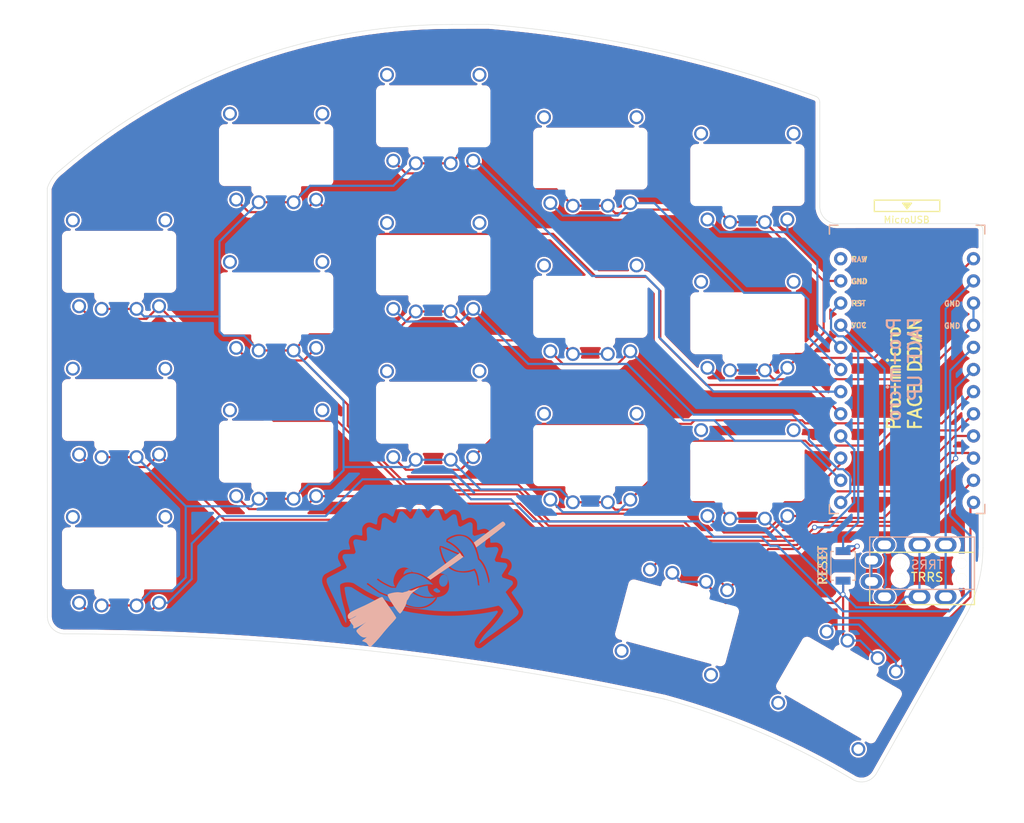
<source format=kicad_pcb>
(kicad_pcb (version 20211014) (generator pcbnew)
  (title_block (title "Ferris_Sweep_Compact") (date "2020-09-03") (rev "0.1") (company "BroomLabs"))
  (layers (0 "F.Cu" signal) (31 "B.Cu" signal) (34 "B.Paste" user) (35 "F.Paste" user) (36 "B.SilkS" user "B.Silkscreen") (37 "F.SilkS" user "F.Silkscreen") (38 "B.Mask" user) (39 "F.Mask" user) (44 "Edge.Cuts" user))
  (net 0 "")
  (net 1 "row0")
  (net 2 "row1")
  (net 3 "row2")
  (net 4 "row3")
  (net 5 "GND")
  (net 6 "VCC")
  (net 7 "col0")
  (net 8 "col1")
  (net 9 "col2")
  (net 10 "col3")
  (net 11 "col4")
  (net 12 "col5")
  (net 13 "LED")
  (net 14 "data")
  (net 15 "reset")
  (net 16 "SCL")
  (net 17 "SDA")
  (net 18 "Net-(U1-Pad24)")
  (net 19 "Net-(J1-PadA)")
  (net 20 "Net-(U1-Pad14)")
  (net 21 "Net-(U1-Pad13)")
  (net 22 "Net-(U1-Pad12)")
  (net 23 "Net-(U1-Pad11)")
  (footprint "Kailh:Kailh_PG1232" (layer "F.Cu") (at 44 42.37)
    (fp_text reference "SW2" hide)
    (fp_text value "SW_PUSH" hide)
  )
  (footprint "Kailh:Kailh_PG1232" (layer "F.Cu") (at 62 30.14)
    (fp_text reference "SW3" hide)
    (fp_text value "SW_PUSH" hide)
  )
  (footprint "Kailh:Kailh_PG1232" (layer "F.Cu") (at 80 25.68)
    (fp_text reference "SW4" hide)
    (fp_text value "SW_PUSH" hide)
  )
  (footprint "Kailh:Kailh_PG1232" (layer "F.Cu") (at 98 30.54)
    (fp_text reference "SW5" hide)
    (fp_text value "SW_PUSH" hide)
  )
  (footprint "Kailh:Kailh_PG1232" (layer "F.Cu") (at 116 32.42)
    (fp_text reference "SW6" hide)
    (fp_text value "SW_PUSH" hide)
  )
  (footprint "Kailh:Kailh_PG1232" (layer "F.Cu") (at 44 59.37)
    (fp_text reference "SW8" hide)
    (fp_text value "SW_PUSH" hide)
  )
  (footprint "Kailh:Kailh_PG1232" (layer "F.Cu") (at 62 47.14)
    (fp_text reference "SW9" hide)
    (fp_text value "SW_PUSH" hide)
  )
  (footprint "Kailh:Kailh_PG1232" (layer "F.Cu") (at 80 42.67)
    (fp_text reference "SW10" hide)
    (fp_text value "SW_PUSH" hide)
  )
  (footprint "Kailh:Kailh_PG1232" (layer "F.Cu") (at 98 47.54)
    (fp_text reference "SW11" hide)
    (fp_text value "SW_PUSH" hide)
  )
  (footprint "Kailh:Kailh_PG1232" (layer "F.Cu") (at 116 49.42)
    (fp_text reference "SW12" hide)
    (fp_text value "SW_PUSH" hide)
  )
  (footprint "Kailh:Kailh_PG1232" (layer "F.Cu") (at 44 76.375)
    (fp_text reference "SW14" hide)
    (fp_text value "SW_PUSH" hide)
  )
  (footprint "Kailh:Kailh_PG1232" (layer "F.Cu") (at 62 64.145)
    (fp_text reference "SW15" hide)
    (fp_text value "SW_PUSH" hide)
  )
  (footprint "Kailh:Kailh_PG1232" (layer "F.Cu") (at 80 59.67)
    (fp_text reference "SW16" hide)
    (fp_text value "SW_PUSH" hide)
  )
  (footprint "Kailh:Kailh_PG1232" (layer "F.Cu") (at 98 64.545)
    (fp_text reference "SW17" hide)
    (fp_text value "SW_PUSH" hide)
  )
  (footprint "Kailh:Kailh_PG1232" (layer "F.Cu") (at 116 66.42)
    (fp_text reference "SW18" hide)
    (fp_text value "SW_PUSH" hide)
  )
  (footprint "kbd:ProMicro_v3" (layer "F.Cu") (at 134.3 56.5)
    (fp_text reference "U1" hide)
    (fp_text value "ProMicro" hide)
  )
  (footprint "* duckyb-collection:SMD_RST_SW [B3U-1000P(M)]" (layer "F.Cu") (at 126.97 77.24 -90)
    (fp_text reference "RSW1" hide)
    (fp_text value "Val**")
  )
  (footprint "kbd:MJ-4PP-9" (layer "F.Cu") (at 142.02 78.68 -90)
    (fp_text reference "J1")
    (fp_text value "MJ-4PP-9" hide)
  )
  (footprint "Kailh:Kailh_PG1232" (layer "B.Cu") (at 107.94 83.77 -15)
    (fp_text reference "SW20" hide)
    (fp_text value "SW_PUSH" hide)
  )
  (footprint "Kailh:Kailh_PG1232" (layer "B.Cu") (at 126.5 91.48 -30)
    (fp_text reference "SW21" hide)
    (fp_text value "SW_PUSH" hide)
  )
  (footprint "Kailh:ferris_broom" (layer "B.Cu") (at 80.3 79.15 171)
    (fp_text reference "G***" hide)
    (fp_text value "LOGO" hide)
  )
  (gr_arc (start 126.335002 38.010917) (mid 124.922534 37.461716) (end 124.300001 36.079999) (layer "Edge.Cuts") (width 0.05))
  (gr_arc (start 35.768055 33.928702) (mid 36.324929 32.810882) (end 37.195 31.915) (layer "Edge.Cuts") (width 0.05))
  (gr_arc (start 86.369777 15.152679) (mid 105.393879 18.025764) (end 123.86529 23.408889) (layer "Edge.Cuts") (width 0.05))
  (gr_arc (start 106.487134 92.513946) (mid 117.564488 96.373597) (end 128.016 101.7) (layer "Edge.Cuts") (width 0.05))
  (gr_arc (start 37.846 85.033119) (mid 36.417641 84.493082) (end 35.786019 83.102794) (layer "Edge.Cuts") (width 0.05))
  (gr_arc (start 37.846 85.033119) (mid 72.366442 86.939554) (end 106.487134 92.513946) (layer "Edge.Cuts") (width 0.05))
  (gr_arc (start 130.748 101.101265) (mid 129.506995 101.97098) (end 128.016 101.7) (layer "Edge.Cuts") (width 0.05))
  (gr_arc (start 123.86529 23.408889) (mid 124.182079 23.685645) (end 124.300045 24.089419) (layer "Edge.Cuts") (width 0.05))
  (gr_arc (start 142.24 38.008) (mid 142.77033 38.22767) (end 142.99 38.758) (layer "Edge.Cuts") (width 0.05))
  (gr_line (start 126.335002 38.010917) (end 142.24 38.008) (layer "Edge.Cuts") (width 0.05))
  (gr_line (start 35.768055 33.928702) (end 35.786019 83.102794) (layer "Edge.Cuts") (width 0.05))
  (gr_line (start 86.369777 15.152679) (end 82.168389 15.158139) (layer "Edge.Cuts") (width 0.05))
  (gr_arc (start 37.195 31.915) (mid 58.171524 19.483455) (end 82.168389 15.158139) (layer "Edge.Cuts") (width 0.05))
  (gr_line (start 141.255304 82.50815) (end 130.748 101.101265) (layer "Edge.Cuts") (width 0.05))
  (gr_line (start 124.300001 36.079999) (end 124.300045 24.089419) (layer "Edge.Cuts") (width 0.05))
  (gr_line (start 142.99 38.758) (end 143.002 75.184) (layer "Edge.Cuts") (width 0.05))
  (gr_arc (start 143.002 75.184) (mid 142.544913 78.945347) (end 141.255304 82.50815) (layer "Edge.Cuts") (width 0.05))
  (gr_text "Pro-micro\nFACE UP" (at 134.0104 48.5648 90) (layer "B.SilkS") (effects (font (size 1.5 1.5) (thickness 0.25)) (justify left mirror)))
  (gr_text "RAW" (at 129.727314 42.1132) (layer "B.SilkS") (effects (font (size 0.6 0.6) (thickness 0.12)) (justify left mirror)))
  (gr_text "VCC" (at 129.6416 49.6824) (layer "B.SilkS") (effects (font (size 0.6 0.6) (thickness 0.12)) (justify left mirror)))
  (gr_text "GND" (at 140.462 49.6824) (layer "B.SilkS") (effects (font (size 0.6 0.6) (thickness 0.12)) (justify left mirror)))
  (gr_text "GND" (at 129.755885 44.636266) (layer "B.SilkS") (effects (font (size 0.6 0.6) (thickness 0.12)) (justify left mirror)))
  (gr_text "GND" (at 140.462 47.1424) (layer "B.SilkS") (effects (font (size 0.6 0.6) (thickness 0.12)) (justify left mirror)))
  (gr_text "RST" (at 129.555885 47.159332) (layer "B.SilkS") (effects (font (size 0.6 0.6) (thickness 0.12)) (justify left mirror)))
  (gr_text "GND" (at 127.8636 44.619334) (layer "F.SilkS") (effects (font (size 0.6 0.6) (thickness 0.12)) (justify left)))
  (gr_text "GND" (at 138.4808 49.7332) (layer "F.SilkS") (effects (font (size 0.6 0.6) (thickness 0.12)) (justify left)))
  (gr_text "Pro-micro\nFACE DOWN" (at 134.0104 61.8236 90) (layer "F.SilkS") (effects (font (size 1.5 1.5) (thickness 0.25)) (justify left)))
  (gr_text "GND" (at 138.4808 47.1932) (layer "F.SilkS") (effects (font (size 0.6 0.6) (thickness 0.12)) (justify left)))
  (gr_text "RST" (at 127.8636 47.1424) (layer "F.SilkS") (effects (font (size 0.6 0.6) (thickness 0.12)) (justify left)))
  (gr_text "VCC" (at 127.8636 49.665468) (layer "F.SilkS") (effects (font (size 0.6 0.6) (thickness 0.12)) (justify left)))
  (gr_text "RAW" (at 127.8636 42.096268) (layer "F.SilkS") (effects (font (size 0.6 0.6) (thickness 0.12)) (justify left)))
  (segment (start 76.8671 66.2171) (end 83.1329 66.2171) (width 0.25) (layer "F.Cu") (net 1))
  (segment (start 138.2807 60.8927) (end 122.6194 60.8927) (width 0.25) (layer "F.Cu") (net 1))
  (segment (start 122.2713 60.5446) (end 109.9504 60.5446) (width 0.25) (layer "F.Cu") (net 1))
  (segment (start 109.9504 60.5446) (end 109.5402 60.9548) (width 0.25) (layer "F.Cu") (net 1))
  (segment (start 75.42 64.77) (end 76.8671 66.2171) (width 0.25) (layer "F.Cu") (net 1))
  (segment (start 122.6194 60.8927) (end 122.2713 60.5446) (width 0.25) (layer "F.Cu") (net 1))
  (segment (start 88.3952 60.9548) (end 84.58 64.77) (width 0.25) (layer "F.Cu") (net 1))
  (segment (start 141.9114 57.262) (end 138.2807 60.8927) (width 0.25) (layer "F.Cu") (net 1))
  (segment (start 109.5402 60.9548) (end 88.3952 60.9548) (width 0.25) (layer "F.Cu") (net 1))
  (segment (start 83.1329 66.2171) (end 84.58 64.77) (width 0.25) (layer "F.Cu") (net 1))
  (segment (start 122.6312 62.8904) (end 109.3346 62.8904) (width 0.25) (layer "F.Cu") (net 2))
  (segment (start 123.1828 63.442) (end 122.6312 62.8904) (width 0.25) (layer "F.Cu") (net 2))
  (segment (start 132.6981 61.7052) (end 130.9613 63.442) (width 0.25) (layer "F.Cu") (net 2))
  (segment (start 130.9613 63.442) (end 123.1828 63.442) (width 0.25) (layer "F.Cu") (net 2))
  (segment (start 141.9114 59.802) (end 140.0082 61.7052) (width 0.25) (layer "F.Cu") (net 2))
  (segment (start 109.3346 62.8904) (end 102.58 69.645) (width 0.25) (layer "F.Cu") (net 2))
  (segment (start 140.0082 61.7052) (end 132.6981 61.7052) (width 0.25) (layer "F.Cu") (net 2))
  (segment (start 102.58 69.645) (end 101.1372 71.0878) (width 0.25) (layer "B.Cu") (net 2))
  (segment (start 101.1372 71.0878) (end 94.8628 71.0878) (width 0.25) (layer "B.Cu") (net 2))
  (segment (start 94.8628 71.0878) (end 93.42 69.645) (width 0.25) (layer "B.Cu") (net 2))
  (segment (start 133.4296 68.692) (end 125.6752 68.692) (width 0.25) (layer "F.Cu") (net 3))
  (segment (start 139.7796 62.342) (end 133.4296 68.692) (width 0.25) (layer "F.Cu") (net 3))
  (segment (start 118.6931 73.4069) (end 120.58 71.52) (width 0.25) (layer "F.Cu") (net 3))
  (segment (start 111.42 71.52) (end 113.3069 73.4069) (width 0.25) (layer "F.Cu") (net 3))
  (segment (start 125.6752 68.692) (end 122.8472 71.52) (width 0.25) (layer "F.Cu") (net 3))
  (segment (start 122.8472 71.52) (end 120.58 71.52) (width 0.25) (layer "F.Cu") (net 3))
  (segment (start 113.3069 73.4069) (end 118.6931 73.4069) (width 0.25) (layer "F.Cu") (net 3))
  (segment (start 141.9114 62.342) (end 139.7796 62.342) (width 0.25) (layer "F.Cu") (net 3))
  (segment (start 123.2594 71.7447) (end 131.6507 71.7447) (width 0.25) (layer "F.Cu") (net 4))
  (segment (start 121.1113 73.8928) (end 123.2594 71.7447) (width 0.25) (layer "F.Cu") (net 4))
  (segment (start 93.34359 72.136) (end 108.712 72.136) (width 0.25) (layer "F.Cu") (net 4))
  (segment (start 48.58 47.47) (end 61.7144 60.6044) (width 0.25) (layer "F.Cu") (net 4))
  (segment (start 76.9758 68.58) (end 89.78759 68.58) (width 0.25) (layer "F.Cu") (net 4))
  (segment (start 61.7144 60.6044) (end 69.0002 60.6044) (width 0.25) (layer "F.Cu") (net 4))
  (segment (start 108.712 72.136) (end 110.4688 73.8928) (width 0.25) (layer "F.Cu") (net 4))
  (segment (start 40.8669 48.9169) (end 47.1331 48.9169) (width 0.25) (layer "F.Cu") (net 4))
  (segment (start 110.4688 73.8928) (end 121.1113 73.8928) (width 0.25) (layer "F.Cu") (net 4))
  (segment (start 139.1047 64.2907) (end 141.3201 64.2907) (width 0.25) (layer "F.Cu") (net 4))
  (segment (start 39.42 47.47) (end 40.8669 48.9169) (width 0.25) (layer "F.Cu") (net 4))
  (segment (start 47.1331 48.9169) (end 48.58 47.47) (width 0.25) (layer "F.Cu") (net 4))
  (segment (start 89.78759 68.58) (end 93.34359 72.136) (width 0.25) (layer "F.Cu") (net 4))
  (segment (start 131.6507 71.7447) (end 139.1047 64.2907) (width 0.25) (layer "F.Cu") (net 4))
  (segment (start 69.0002 60.6044) (end 76.9758 68.58) (width 0.25) (layer "F.Cu") (net 4))
  (segment (start 141.3201 64.2907) (end 141.9114 64.882) (width 0.25) (layer "F.Cu") (net 4))
  (segment (start 121.479883 52.9844) (end 119.8356 52.9844) (width 0.25) (layer "F.Cu") (net 5))
  (segment (start 83.4254 29.6546) (end 86.836 29.6546) (width 0.25) (layer "F.Cu") (net 5))
  (segment (start 82 48.07) (end 85.3082 51.3782) (width 0.25) (layer "F.Cu") (net 5))
  (segment (start 111.269474 79.071639) (end 111.269474 79.279729) (width 0.25) (layer "F.Cu") (net 5))
  (segment (start 112.5657 36.3857) (end 114 37.82) (width 0.25) (layer "F.Cu") (net 5))
  (segment (start 75.3799 50.6901) (end 78 48.07) (width 0.25) (layer "F.Cu") (net 5))
  (segment (start 46 81.775) (end 42 81.775) (width 0.25) (layer "F.Cu") (net 5))
  (segment (start 103.1024 36.7972) (end 103.5139 36.3857) (width 0.25) (layer "F.Cu") (net 5))
  (segment (start 60 69.545) (end 64 69.545) (width 0.25) (layer "F.Cu") (net 5))
  (segment (start 124.742 44.562) (end 126.6914 44.562) (width 0.25) (layer "F.Cu") (net 5))
  (segment (start 125.970001 81.489999) (end 126.9456 80.5144) (width 0.25) (layer "F.Cu") (net 5))
  (segment (start 78 48.07) (end 82 48.07) (width 0.25) (layer "F.Cu") (net 5))
  (segment (start 100 69.945) (end 96 69.945) (width 0.25) (layer "F.Cu") (net 5))
  (segment (start 46 47.77) (end 42 47.77) (width 0.25) (layer "F.Cu") (net 5))
  (segment (start 119.015 55.835) (end 135.7184 55.835) (width 0.25) (layer "F.Cu") (net 5))
  (segment (start 100.8462 70.7912) (end 100 69.945) (width 0.25) (layer "F.Cu") (net 5))
  (segment (start 100 35.94) (end 100.8572 36.7972) (width 0.25) (layer "F.Cu") (net 5))
  (segment (start 64 52.54) (end 65.8499 50.6901) (width 0.25) (layer "F.Cu") (net 5))
  (segment (start 60 35.54) (end 64 35.54) (width 0.25) (layer "F.Cu") (net 5))
  (segment (start 114 37.82) (end 118 37.82) (width 0.25) (layer "F.Cu") (net 5))
  (segment (start 113.479744 81.489999) (end 125.970001 81.489999) (width 0.25) (layer "F.Cu") (net 5))
  (segment (start 114 71.82) (end 112.1139 69.9339) (width 0.25) (layer "F.Cu") (net 5))
  (segment (start 126.9456 80.5144) (end 126.97 80.49) (width 0.25) (layer "F.Cu") (net 5))
  (segment (start 124.742 50.518) (end 122.32342 52.93658) (width 0.25) (layer "F.Cu") (net 5))
  (segment (start 65.8499 50.6901) (end 75.3799 50.6901) (width 0.25) (layer "F.Cu") (net 5))
  (segment (start 85.3082 51.3782) (end 94.4382 51.3782) (width 0.25) (layer "F.Cu") (net 5))
  (segment (start 94.1157 34.0557) (end 96 35.94) (width 0.25) (layer "F.Cu") (net 5))
  (segment (start 126.97 78.94) (end 126.97 80.49) (width 0.25) (layer "F.Cu") (net 5))
  (segment (start 111.269474 79.279729) (end 113.479744 81.489999) (width 0.25) (layer "F.Cu") (net 5))
  (segment (start 86.836 29.6546) (end 91.2371 34.0557) (width 0.25) (layer "F.Cu") (net 5))
  (segment (start 105.3273 69.9339) (end 104.47 70.7912) (width 0.25) (layer "F.Cu") (net 5))
  (segment (start 104.47 70.7912) (end 100.8462 70.7912) (width 0.25) (layer "F.Cu") (net 5))
  (segment (start 126.97 80.49) (end 126.97 85.305514) (width 0.25) (layer "F.Cu") (net 5))
  (segment (start 82 31.08) (end 83.4254 29.6546) (width 0.25) (layer "F.Cu") (net 5))
  (segment (start 122.32342 52.93658) (end 121.527703 52.93658) (width 0.25) (layer "F.Cu") (net 5))
  (segment (start 121.527703 52.93658) (end 121.479883 52.9844) (width 0.25) (layer "F.Cu") (net 5))
  (segment (start 124.742 44.562) (end 118 37.82) (width 0.25) (layer "F.Cu") (net 5))
  (segment (start 114 54.82) (end 118 54.82) (width 0.25) (layer "F.Cu") (net 5))
  (segment (start 100.8572 36.7972) (end 103.1024 36.7972) (width 0.25) (layer "F.Cu") (net 5))
  (segment (start 112.1139 69.9339) (end 105.3273 69.9339) (width 0.25) (layer "F.Cu") (net 5))
  (segment (start 118 54.82) (end 119.015 55.835) (width 0.25) (layer "F.Cu") (net 5))
  (segment (start 46 64.77) (end 42 64.77) (width 0.25) (layer "F.Cu") (net 5))
  (segment (start 100 35.94) (end 96 35.94) (width 0.25) (layer "F.Cu") (net 5))
  (segment (start 103.5139 36.3857) (end 112.5657 36.3857) (width 0.25) (layer "F.Cu") (net 5))
  (segment (start 82 31.08) (end 78 31.08) (width 0.25) (layer "F.Cu") (net 5))
  (segment (start 124.742 44.562) (end 124.742 50.518) (width 0.25) (layer "F.Cu") (net 5))
  (segment (start 91.2371 34.0557) (end 94.1157 34.0557) (width 0.25) (layer "F.Cu") (net 5))
  (segment (start 135.7184 55.835) (end 141.9114 49.642) (width 0.25) (layer "F.Cu") (net 5))
  (segment (start 94.4382 51.3782) (end 96 52.94) (width 0.25) (layer "F.Cu") (net 5))
  (segment (start 60 52.54) (end 64 52.54) (width 0.25) (layer "F.Cu") (net 5))
  (segment (start 119.8356 52.9844) (end 118 54.82) (width 0.25) (layer "F.Cu") (net 5))
  (segment (start 126.97 85.305514) (end 127.467949 85.803463) (width 0.25) (layer "F.Cu") (net 5))
  (via (at 126.9456 80.5144) (size 0.6) (drill 0.4) (layers "F.Cu" "B.Cu") (net 5))
  (segment (start 111.269474 79.071639) (end 108.441048 79.071639) (width 0.25) (layer "B.Cu") (net 5))
  (segment (start 78 65.07) (end 77.1651 65.9049) (width 0.25) (layer "B.Cu") (net 5))
  (segment (start 94.5357 68.4807) (end 85.4107 68.4807) (width 0.25) (layer "B.Cu") (net 5))
  (segment (start 134.1447 80.78) (end 132.9313 81.9934) (width 0.25) (layer "B.Cu") (net 5))
  (segment (start 135.72 80.78) (end 135.72 74.83) (width 0.25) (layer "B.Cu") (net 5))
  (segment (start 141.9114 49.642) (end 141.9114 47.102) (width 0.25) (layer "B.Cu") (net 5))
  (segment (start 55.5016 48.637) (end 46.867 48.637) (width 0.25) (layer "B.Cu") (net 5))
  (segment (start 60 52.54) (end 58.3108 50.8508) (width 0.25) (layer "B.Cu") (net 5))
  (segment (start 50.0583 80.1421) (end 47.6329 80.1421) (width 0.25) (layer "B.Cu") (net 5))
  (segment (start 69.7219 66.2697) (end 68.1228 67.8688) (width 0.25) (layer "B.Cu") (net 5))
  (segment (start 69.7219 58.2619) (end 69.7219 65.9049) (width 0.25) (layer "B.Cu") (net 5))
  (segment (start 60 69.545) (end 59.1409 70.4041) (width 0.25) (layer "B.Cu") (net 5))
  (segment (start 82 65.07) (end 78 65.07) (width 0.25) (layer "B.Cu") (net 5))
  (segment (start 78 31.08) (end 75.4243 33.6557) (width 0.25) (layer "B.Cu") (net 5))
  (segment (start 126.67 80.49) (end 126.97 80.49) (width 0.25) (layer "B.Cu") (net 5))
  (segment (start 126.67 80.49) (end 118 71.82) (width 0.25) (layer "B.Cu") (net 5))
  (segment (start 65.6762 67.8688) (end 64 69.545) (width 0.25) (layer "B.Cu") (net 5))
  (segment (start 55.5016 48.637) (end 55.5016 40.0384) (width 0.25) (layer "B.Cu") (net 5))
  (segment (start 51.6341 70.4041) (end 46 64.77) (width 0.25) (layer "B.Cu") (net 5))
  (segment (start 69.7219 65.9049) (end 69.7219 66.2697) (width 0.25) (layer "B.Cu") (net 5))
  (segment (start 58.3108 50.8508) (end 55.9816 50.8508) (width 0.25) (layer "B.Cu") (net 5))
  (segment (start 47.6329 80.1421) (end 46 81.775) (width 0.25) (layer "B.Cu") (net 5))
  (segment (start 126.97 80.49) (end 126.97 78.94) (width 0.25) (layer "B.Cu") (net 5))
  (segment (start 51.6341 70.4041) (end 51.6341 78.5663) (width 0.25) (layer "B.Cu") (net 5))
  (segment (start 55.5016 50.3708) (end 55.5016 48.637) (width 0.25) (layer "B.Cu") (net 5))
  (segment (start 118 71.82) (end 114 71.82) (width 0.25) (layer "B.Cu") (net 5))
  (segment (start 135.72 80.78) (end 134.1447 80.78) (width 0.25) (layer "B.Cu") (net 5))
  (segment (start 127.467949 85.803463) (end 128.932051 85.803463) (width 0.25) (layer "B.Cu") (net 5))
  (segment (start 100 52.94) (end 96 52.94) (width 0.25) (layer "B.Cu") (net 5))
  (segment (start 85.4107 68.4807) (end 82 65.07) (width 0.25) (layer "B.Cu") (net 5))
  (segment (start 65.8843 33.6557) (end 64 35.54) (width 0.25) (layer "B.Cu") (net 5))
  (segment (start 128.932051 85.803463) (end 130.932051 87.803463) (width 0.25) (layer "B.Cu") (net 5))
  (segment (start 51.6341 78.5663) (end 50.0583 80.1421) (width 0.25) (layer "B.Cu") (net 5))
  (segment (start 55.5016 40.0384) (end 60 35.54) (width 0.25) (layer "B.Cu") (net 5))
  (segment (start 132.9313 81.9934) (end 128.4734 81.9934) (width 0.25) (layer "B.Cu") (net 5))
  (segment (start 77.1651 65.9049) (end 69.7219 65.9049) (width 0.25) (layer "B.Cu") (net 5))
  (segment (start 75.4243 33.6557) (end 65.8843 33.6557) (width 0.25) (layer "B.Cu") (net 5))
  (segment (start 108.441048 79.071639) (end 107.405771 78.036362) (width 0.25) (layer "B.Cu") (net 5))
  (segment (start 68.1228 67.8688) (end 65.6762 67.8688) (width 0.25) (layer "B.Cu") (net 5))
  (segment (start 96 69.945) (end 94.5357 68.4807) (width 0.25) (layer "B.Cu") (net 5))
  (segment (start 59.1409 70.4041) (end 51.6341 70.4041) (width 0.25) (layer "B.Cu") (net 5))
  (segment (start 64 52.54) (end 69.7219 58.2619) (width 0.25) (layer "B.Cu") (net 5))
  (segment (start 55.9816 50.8508) (end 55.5016 50.3708) (width 0.25) (layer "B.Cu") (net 5))
  (segment (start 46.867 48.637) (end 46 47.77) (width 0.25) (layer "B.Cu") (net 5))
  (segment (start 126.97 80.49) (end 128.4734 81.9934) (width 0.25) (layer "B.Cu") (net 5))
  (segment (start 131.72 74.83) (end 131.72 76.0053) (width 0.25) (layer "B.Cu") (net 6))
  (segment (start 131.72 79.6047) (end 131.8636 79.4611) (width 0.25) (layer "B.Cu") (net 6))
  (segment (start 131.72 54.6706) (end 126.6914 49.642) (width 0.25) (layer "B.Cu") (net 6))
  (segment (start 131.72 74.83) (end 131.72 54.6706) (width 0.25) (layer "B.Cu") (net 6))
  (segment (start 131.8636 76.1489) (end 131.72 76.0053) (width 0.25) (layer "B.Cu") (net 6))
  (segment (start 131.72 80.78) (end 131.72 79.6047) (width 0.25) (layer "B.Cu") (net 6))
  (segment (start 131.8636 79.4611) (end 131.8636 76.1489) (width 0.25) (layer "B.Cu") (net 6))
  (segment (start 120.58 38.9631) (end 112.8631 38.9631) (width 0.25) (layer "B.Cu") (net 7))
  (segment (start 124.019 49.5096) (end 126.6914 52.182) (width 0.25) (layer "B.Cu") (net 7))
  (segment (start 120.58 38.9631) (end 124.019 42.4021) (width 0.25) (layer "B.Cu") (net 7))
  (segment (start 124.019 42.4021) (end 124.019 49.5096) (width 0.25) (layer "B.Cu") (net 7))
  (segment (start 112.8631 38.9631) (end 111.42 37.52) (width 0.25) (layer "B.Cu") (net 7))
  (segment (start 120.58 37.52) (end 120.58 38.9631) (width 0.25) (layer "B.Cu") (net 7))
  (segment (start 93.42 35.64) (end 94.8516 37.0716) (width 0.25) (layer "B.Cu") (net 8))
  (segment (start 126.6914 54.722) (end 122.9795 51.0101) (width 0.25) (layer "B.Cu") (net 8))
  (segment (start 122.2216 45.92) (end 115.6177 45.92) (width 0.25) (layer "B.Cu") (net 8))
  (segment (start 105.3377 35.64) (end 102.58 35.64) (width 0.25) (layer "B.Cu") (net 8))
  (segment (start 122.9795 51.0101) (end 122.9795 46.6779) (width 0.25) (layer "B.Cu") (net 8))
  (segment (start 115.6177 45.92) (end 105.3377 35.64) (width 0.25) (layer "B.Cu") (net 8))
  (segment (start 122.9795 46.6779) (end 122.2216 45.92) (width 0.25) (layer "B.Cu") (net 8))
  (segment (start 101.1484 37.0716) (end 102.58 35.64) (width 0.25) (layer "B.Cu") (net 8))
  (segment (start 94.8516 37.0716) (end 101.1484 37.0716) (width 0.25) (layer "B.Cu") (net 8))
  (segment (start 84.58 30.78) (end 83.1262 32.2338) (width 0.25) (layer "F.Cu") (net 9))
  (segment (start 83.1262 32.2338) (end 76.8738 32.2338) (width 0.25) (layer "F.Cu") (net 9))
  (segment (start 76.8738 32.2338) (end 75.42 30.78) (width 0.25) (layer "F.Cu") (net 9))
  (segment (start 126.6914 57.262) (end 112.126 57.262) (width 0.25) (layer "B.Cu") (net 9))
  (segment (start 98.1964 43.9928) (end 84.9836 30.78) (width 0.25) (layer "B.Cu") (net 9))
  (segment (start 105.8862 51.0222) (end 105.8862 45.5731) (width 0.25) (layer "B.Cu") (net 9))
  (segment (start 84.9836 30.78) (end 84.58 30.78) (width 0.25) (layer "B.Cu") (net 9))
  (segment (start 112.126 57.262) (end 105.8862 51.0222) (width 0.25) (layer "B.Cu") (net 9))
  (segment (start 105.8862 45.5731) (end 104.3059 43.9928) (width 0.25) (layer "B.Cu") (net 9))
  (segment (start 104.3059 43.9928) (end 98.1964 43.9928) (width 0.25) (layer "B.Cu") (net 9))
  (segment (start 111.3028 56.4896) (end 123.379 56.4896) (width 0.25) (layer "F.Cu") (net 10))
  (segment (start 70.5068 39.1668) (end 93.726 39.1668) (width 0.25) (layer "F.Cu") (net 10))
  (segment (start 106.0196 45.72) (end 106.0196 51.2064) (width 0.25) (layer "F.Cu") (net 10))
  (segment (start 106.0196 51.2064) (end 111.3028 56.4896) (width 0.25) (layer "F.Cu") (net 10))
  (segment (start 65.141 36.679) (end 66.58 35.24) (width 0.25) (layer "F.Cu") (net 10))
  (segment (start 66.58 35.24) (end 70.5068 39.1668) (width 0.25) (layer "F.Cu") (net 10))
  (segment (start 123.379 56.4896) (end 126.6914 59.802) (width 0.25) (layer "F.Cu") (net 10))
  (segment (start 98.6536 44.0944) (end 104.394 44.0944) (width 0.25) (layer "F.Cu") (net 10))
  (segment (start 57.42 35.24) (end 58.859 36.679) (width 0.25) (layer "F.Cu") (net 10))
  (segment (start 104.394 44.0944) (end 106.0196 45.72) (width 0.25) (layer "F.Cu") (net 10))
  (segment (start 93.726 39.1668) (end 98.6536 44.0944) (width 0.25) (layer "F.Cu") (net 10))
  (segment (start 58.859 36.679) (end 65.141 36.679) (width 0.25) (layer "F.Cu") (net 10))
  (segment (start 56.063 71.953) (end 48.58 64.47) (width 0.25) (layer "F.Cu") (net 11))
  (segment (start 47.1465 65.9035) (end 48.58 64.47) (width 0.25) (layer "F.Cu") (net 11))
  (segment (start 69.525 71.953) (end 56.063 71.953) (width 0.25) (layer "F.Cu") (net 11))
  (segment (start 89.916 70.104) (end 71.374 70.104) (width 0.25) (layer "F.Cu") (net 11))
  (segment (start 109.832879 74.537997) (end 109.832879 74.529007) (width 0.25) (layer "F.Cu") (net 11))
  (segment (start 40.8535 65.9035) (end 47.1465 65.9035) (width 0.25) (layer "F.Cu") (net 11))
  (segment (start 110.145382 74.8505) (end 109.832879 74.537997) (width 0.25) (layer "F.Cu") (net 11))
  (segment (start 121.6748 74.8505) (end 110.145382 74.8505) (width 0.25) (layer "F.Cu") (net 11))
  (segment (start 123.705 72.8203) (end 121.6748 74.8505) (width 0.25) (layer "F.Cu") (net 11))
  (segment (start 108.455872 73.152) (end 92.964 73.152) (width 0.25) (layer "F.Cu") (net 11))
  (segment (start 109.832879 74.529007) (end 108.455872 73.152) (width 0.25) (layer "F.Cu") (net 11))
  (segment (start 92.964 73.152) (end 89.916 70.104) (width 0.25) (layer "F.Cu") (net 11))
  (segment (start 39.42 64.47) (end 40.8535 65.9035) (width 0.25) (layer "F.Cu") (net 11))
  (segment (start 71.374 70.104) (end 69.525 71.953) (width 0.25) (layer "F.Cu") (net 11))
  (via (at 123.705 72.8203) (size 0.6) (drill 0.4) (layers "F.Cu" "B.Cu") (net 11))
  (segment (start 126.6914 62.342) (end 128.2468 63.8974) (width 0.25) (layer "B.Cu") (net 11))
  (segment (start 125.3931 72.8203) (end 123.705 72.8203) (width 0.25) (layer "B.Cu") (net 11))
  (segment (start 128.2468 69.9666) (end 125.3931 72.8203) (width 0.25) (layer "B.Cu") (net 11))
  (segment (start 128.2468 63.8974) (end 128.2468 69.9666) (width 0.25) (layer "B.Cu") (net 11))
  (segment (start 120.3103 69.9357) (end 119.3594 70.8866) (width 0.25) (layer "F.Cu") (net 12))
  (segment (start 112.7794 72.243682) (end 112.7794 71.2363) (width 0.25) (layer "F.Cu") (net 12))
  (segment (start 126.6914 65.5358) (end 122.2915 69.9357) (width 0.25) (layer "F.Cu") (net 12))
  (segment (start 119.3594 72.1037) (end 118.5066 72.9565) (width 0.25) (layer "F.Cu") (net 12))
  (segment (start 119.3594 70.8866) (end 119.3594 72.1037) (width 0.25) (layer "F.Cu") (net 12))
  (segment (start 126.6914 64.882) (end 126.6914 65.5358) (width 0.25) (layer "F.Cu") (net 12))
  (segment (start 93.0999 71.2559) (end 89.71765 67.87365) (width 0.25) (layer "F.Cu") (net 12))
  (segment (start 70.2094 58.7606) (end 65.1344 53.6856) (width 0.25) (layer "F.Cu") (net 12))
  (segment (start 118.5066 72.9565) (end 113.492218 72.9565) (width 0.25) (layer "F.Cu") (net 12))
  (segment (start 65.1344 53.6856) (end 66.58 52.24) (width 0.25) (layer "F.Cu") (net 12))
  (segment (start 112.7794 71.2363) (end 111.9274 70.3843) (width 0.25) (layer "F.Cu") (net 12))
  (segment (start 58.8656 53.6856) (end 65.1344 53.6856) (width 0.25) (layer "F.Cu") (net 12))
  (segment (start 122.2915 69.9357) (end 120.3103 69.9357) (width 0.25) (layer "F.Cu") (net 12))
  (segment (start 108.4449 71.2559) (end 93.0999 71.2559) (width 0.25) (layer "F.Cu") (net 12))
  (segment (start 109.3165 70.3843) (end 108.4449 71.2559) (width 0.25) (layer "F.Cu") (net 12))
  (segment (start 57.42 52.24) (end 58.8656 53.6856) (width 0.25) (layer "F.Cu") (net 12))
  (segment (start 111.9274 70.3843) (end 109.3165 70.3843) (width 0.25) (layer "F.Cu") (net 12))
  (segment (start 70.2094 61.1767) (end 70.2094 58.7606) (width 0.25) (layer "F.Cu") (net 12))
  (segment (start 89.71765 67.87365) (end 76.90635 67.87365) (width 0.25) (layer "F.Cu") (net 12))
  (segment (start 113.492218 72.9565) (end 112.7794 72.243682) (width 0.25) (layer "F.Cu") (net 12))
  (segment (start 76.90635 67.87365) (end 70.2094 61.1767) (width 0.25) (layer "F.Cu") (net 12))
  (segment (start 141.9114 42.022) (end 130.5473 53.3861) (width 0.25) (layer "F.Cu") (net 13))
  (segment (start 121.7139 53.3861) (end 120.58 54.52) (width 0.25) (layer "F.Cu") (net 13))
  (segment (start 130.5473 53.3861) (end 121.7139 53.3861) (width 0.25) (layer "F.Cu") (net 13))
  (segment (start 111.42 54.52) (end 112.8692 55.9692) (width 0.25) (layer "B.Cu") (net 13))
  (segment (start 119.1308 55.9692) (end 120.58 54.52) (width 0.25) (layer "B.Cu") (net 13))
  (segment (start 112.8692 55.9692) (end 119.1308 55.9692) (width 0.25) (layer "B.Cu") (net 13))
  (segment (start 138.72 47.7534) (end 138.72 73.6547) (width 0.25) (layer "B.Cu") (net 14))
  (segment (start 141.9114 44.562) (end 138.72 47.7534) (width 0.25) (layer "B.Cu") (net 14))
  (segment (start 138.72 74.83) (end 138.72 73.6547) (width 0.25) (layer "B.Cu") (net 14))
  (segment (start 138.72 80.78) (end 138.72 74.83) (width 0.25) (layer "B.Cu") (net 14))
  (segment (start 128.0156 75.54) (end 128.5748 74.9808) (width 0.25) (layer "F.Cu") (net 15))
  (segment (start 126.97 75.54) (end 128.0156 75.54) (width 0.25) (layer "F.Cu") (net 15))
  (via (at 128.5748 74.9808) (size 0.6) (drill 0.4) (layers "F.Cu" "B.Cu") (net 15))
  (segment (start 125.5859 50.0897) (end 125.5859 48.2075) (width 0.25) (layer "B.Cu") (net 15))
  (segment (start 128.6972 72.2628) (end 128.6972 52.6178) (width 0.25) (layer "B.Cu") (net 15))
  (segment (start 126.97 73.99) (end 128.6972 72.2628) (width 0.25) (layer "B.Cu") (net 15))
  (segment (start 125.5859 48.2075) (end 126.6914 47.102) (width 0.25) (layer "B.Cu") (net 15))
  (segment (start 126.97 73.99) (end 126.97 75.54) (width 0.25) (layer "B.Cu") (net 15))
  (segment (start 126.4082 50.912) (end 125.5859 50.0897) (width 0.25) (layer "B.Cu") (net 15))
  (segment (start 127.5292 74.9808) (end 126.97 75.54) (width 0.25) (layer "B.Cu") (net 15))
  (segment (start 126.9914 50.912) (end 126.4082 50.912) (width 0.25) (layer "B.Cu") (net 15))
  (segment (start 128.6972 52.6178) (end 126.9914 50.912) (width 0.25) (layer "B.Cu") (net 15))
  (segment (start 128.5748 74.9808) (end 127.5292 74.9808) (width 0.25) (layer "B.Cu") (net 15))
  (segment (start 78.68201 69.03001) (end 80.20601 69.03001) (width 0.25) (layer "F.Cu") (net 16))
  (segment (start 132.5812 72.195) (end 139.8593 64.9169) (width 0.25) (layer "F.Cu") (net 16))
  (segment (start 57.42 69.245) (end 58.9047 70.7297) (width 0.25) (layer "F.Cu") (net 16))
  (segment (start 65.0953 70.7297) (end 66.58 69.245) (width 0.25) (layer "F.Cu") (net 16))
  (segment (start 93.21518 72.644) (end 108.58359 72.644) (width 0.25) (layer "F.Cu") (net 16))
  (segment (start 78.62402 69.088) (end 80.14802 69.088) (width 0.25) (layer "F.Cu") (net 16))
  (segment (start 110.282399 74.342809) (end 110.282399 74.351799) (width 0.25) (layer "F.Cu") (net 16))
  (segment (start 66.58 69.245) (end 78.46702 69.245) (width 0.25) (layer "F.Cu") (net 16))
  (segment (start 108.58359 72.644) (end 110.282399 74.342809) (width 0.25) (layer "F.Cu") (net 16))
  (segment (start 123.446 72.195) (end 132.5812 72.195) (width 0.25) (layer "F.Cu") (net 16))
  (segment (start 58.9047 70.7297) (end 65.0953 70.7297) (width 0.25) (layer "F.Cu") (net 16))
  (segment (start 121.2773 74.3637) (end 123.446 72.195) (width 0.25) (layer "F.Cu") (net 16))
  (segment (start 80.14802 69.088) (end 80.20601 69.03001) (width 0.25) (layer "F.Cu") (net 16))
  (segment (start 89.60119 69.03001) (end 93.21518 72.644) (width 0.25) (layer "F.Cu") (net 16))
  (segment (start 110.282399 74.351799) (end 110.2943 74.3637) (width 0.25) (layer "F.Cu") (net 16))
  (segment (start 78.46702 69.245) (end 78.62402 69.088) (width 0.25) (layer "F.Cu") (net 16))
  (segment (start 110.2943 74.3637) (end 121.2773 74.3637) (width 0.25) (layer "F.Cu") (net 16))
  (segment (start 80.20601 69.03001) (end 89.60119 69.03001) (width 0.25) (layer "F.Cu") (net 16))
  (via (at 139.8593 64.9169) (size 0.6) (drill 0.4) (layers "F.Cu" "B.Cu") (net 16))
  (segment (start 139.8593 56.7741) (end 139.8593 64.9169) (width 0.25) (layer "B.Cu") (net 16))
  (segment (start 141.9114 54.722) (end 139.8593 56.7741) (width 0.25) (layer "B.Cu") (net 16))
  (segment (start 40.8589 82.9139) (end 39.42 81.475) (width 0.25) (layer "F.Cu") (net 17))
  (segment (start 48.58 81.475) (end 47.1411 82.9139) (width 0.25) (layer "F.Cu") (net 17))
  (segment (start 47.1411 82.9139) (end 40.8589 82.9139) (width 0.25) (layer "F.Cu") (net 17))
  (segment (start 67.65419 71.53781) (end 71.882 67.31) (width 0.25) (layer "B.Cu") (net 17))
  (segment (start 91.44 72.136) (end 110.370998 72.136) (width 0.25) (layer "B.Cu") (net 17))
  (segment (start 82.042 67.31) (end 84.328 69.596) (width 0.25) (layer "B.Cu") (net 17))
  (segment (start 118.626592 74.938592) (end 119.45759 74.938592) (width 0.25) (layer "B.Cu") (net 17))
  (segment (start 84.328 69.596) (end 88.9 69.596) (width 0.25) (layer "B.Cu") (net 17))
  (segment (start 126.962698 82.4437) (end 139.1408 82.4437) (width 0.25) (layer "B.Cu") (net 17))
  (segment (start 48.58 81.475) (end 49.589 81.475) (width 0.25) (layer "B.Cu") (net 17))
  (segment (start 117.602 73.914) (end 118.626592 74.938592) (width 0.25) (layer "B.Cu") (net 17))
  (segment (start 119.45759 74.938592) (end 126.962698 82.4437) (width 0.25) (layer "B.Cu") (net 17))
  (segment (start 139.1408 82.4437) (end 141.5288 80.0557) (width 0.25) (layer "B.Cu") (net 17))
  (segment (start 55.46219 71.53781) (end 67.65419 71.53781) (width 0.25) (layer "B.Cu") (net 17))
  (segment (start 110.370998 72.136) (end 112.148998 73.914) (width 0.25) (layer "B.Cu") (net 17))
  (segment (start 71.882 67.31) (end 82.042 67.31) (width 0.25) (layer "B.Cu") (net 17))
  (segment (start 141.5288 80.0557) (end 141.5288 73.7736) (width 0.25) (layer "B.Cu") (net 17))
  (segment (start 112.148998 73.914) (end 117.602 73.914) (width 0.25) (layer "B.Cu") (net 17))
  (segment (start 139.234 71.4788) (end 139.234 54.8594) (width 0.25) (layer "B.Cu") (net 17))
  (segment (start 139.234 54.8594) (end 141.9114 52.182) (width 0.25) (layer "B.Cu") (net 17))
  (segment (start 141.5288 73.7736) (end 139.234 71.4788) (width 0.25) (layer "B.Cu") (net 17))
  (segment (start 52.324 74.676) (end 55.46219 71.53781) (width 0.25) (layer "B.Cu") (net 17))
  (segment (start 88.9 69.596) (end 91.44 72.136) (width 0.25) (layer "B.Cu") (net 17))
  (segment (start 52.324 78.74) (end 52.324 74.676) (width 0.25) (layer "B.Cu") (net 17))
  (segment (start 49.589 81.475) (end 52.324 78.74) (width 0.25) (layer "B.Cu") (net 17))
  (segment (start 130.22 76.58) (end 130.22 79.03) (width 0.25) (layer "B.Cu") (net 19))
  (segment (start 108.7019 60.5446) (end 102.2415 54.0842) (width 0.25) (layer "B.Cu") (net 20))
  (segment (start 90.8942 54.0842) (end 84.58 47.77) (width 0.25) (layer "B.Cu") (net 20))
  (segment (start 83.1262 49.2238) (end 84.58 47.77) (width 0.25) (layer "B.Cu") (net 20))
  (segment (start 102.2415 54.0842) (end 90.8942 54.0842) (width 0.25) (layer "B.Cu") (net 20))
  (segment (start 112.2014 60.5446) (end 108.7019 60.5446) (width 0.25) (layer "B.Cu") (net 20))
  (segment (start 122.1598 62.8904) (end 114.5472 62.8904) (width 0.25) (layer "B.Cu") (net 20))
  (segment (start 114.5472 62.8904) (end 112.2014 60.5446) (width 0.25) (layer "B.Cu") (net 20))
  (segment (start 126.6914 67.422) (end 122.1598 62.8904) (width 0.25) (layer "B.Cu") (net 20))
  (segment (start 76.8738 49.2238) (end 83.1262 49.2238) (width 0.25) (layer "B.Cu") (net 20))
  (segment (start 75.42 47.77) (end 76.8738 49.2238) (width 0.25) (layer "B.Cu") (net 20))
  (segment (start 101.1108 54.1092) (end 94.8892 54.1092) (width 0.25) (layer "F.Cu") (net 21))
  (segment (start 102.58 52.64) (end 101.1108 54.1092) (width 0.25) (layer "F.Cu") (net 21))
  (segment (start 94.8892 54.1092) (end 93.42 52.64) (width 0.25) (layer "F.Cu") (net 21))
  (segment (start 121.1363 59.8876) (end 109.8276 59.8876) (width 0.25) (layer "B.Cu") (net 21))
  (segment (start 126.4008 66.152) (end 123.0496 62.8008) (width 0.25) (layer "B.Cu") (net 21))
  (segment (start 123.0496 62.8008) (end 123.0496 61.8009) (width 0.25) (layer "B.Cu") (net 21))
  (segment (start 126.9717 66.152) (end 126.4008 66.152) (width 0.25) (layer "B.Cu") (net 21))
  (segment (start 123.0496 61.8009) (end 121.1363 59.8876) (width 0.25) (layer "B.Cu") (net 21))
  (segment (start 127.7942 68.8592) (end 127.7942 66.9745) (width 0.25) (layer "B.Cu") (net 21))
  (segment (start 109.8276 59.8876) (end 102.58 52.64) (width 0.25) (layer "B.Cu") (net 21))
  (segment (start 126.6914 69.962) (end 127.7942 68.8592) (width 0.25) (layer "B.Cu") (net 21))
  (segment (start 127.7942 66.9745) (end 126.9717 66.152) (width 0.25) (layer "B.Cu") (net 21))
  (segment (start 141.560075 70.313325) (end 141.560075 80.809591) (width 0.25) (layer "F.Cu") (net 22))
  (segment (start 141.560075 80.809591) (end 133.016396 89.35327) (width 0.25) (layer "F.Cu") (net 22))
  (segment (start 141.9114 69.962) (end 141.560075 70.313325) (width 0.25) (layer "F.Cu") (net 22))
  (segment (start 133.016396 88.222806) (end 133.016396 89.35327) (width 0.25) (layer "B.Cu") (net 22))
  (segment (start 125.883603 83.973271) (end 128.766861 83.973271) (width 0.25) (layer "B.Cu") (net 22))
  (segment (start 128.766861 83.973271) (end 133.016396 88.222806) (width 0.25) (layer "B.Cu") (net 22))
  (segment (start 125.083604 84.77327) (end 125.883603 83.973271) (width 0.25) (layer "B.Cu") (net 22))
  (segment (start 123.551818 73.6092) (end 123.952 73.6092) (width 0.25) (layer "F.Cu") (net 23))
  (segment (start 118.413067 75.30002) (end 121.860998 75.30002) (width 0.25) (layer "F.Cu") (net 23))
  (segment (start 105.636036 76.858388) (end 110.721225 76.858388) (width 0.25) (layer "F.Cu") (net 23))
  (segment (start 104.836037 77.658387) (end 105.636036 76.858388) (width 0.25) (layer "F.Cu") (net 23))
  (segment (start 123.952 73.6092) (end 124.91619 72.64501) (width 0.25) (layer "F.Cu") (net 23))
  (segment (start 113.683917 79.82108) (end 113.683917 80.02917) (width 0.25) (layer "F.Cu") (net 23))
  (segment (start 124.91619 72.64501) (end 136.68839 72.64501) (width 0.25) (layer "F.Cu") (net 23))
  (segment (start 121.860998 75.30002) (end 123.551818 73.6092) (width 0.25) (layer "F.Cu") (net 23))
  (segment (start 136.68839 72.64501) (end 141.9114 67.422) (width 0.25) (layer "F.Cu") (net 23))
  (segment (start 110.721225 76.858388) (end 113.683917 79.82108) (width 0.25) (layer "F.Cu") (net 23))
  (segment (start 113.683917 80.02917) (end 118.413067 75.30002) (width 0.25) (layer "F.Cu") (net 23))
  (zone (net 0) (net_name "") (layers F&B.Cu) (connect_pads (clearance 0.508)) (min_thickness 0.254) (fill yes (thermal_gap 0.508) (thermal_bridge_width 0.508))
    (polygon (pts (xy 147.701 106.71175) (xy 31.75 106.3625) (xy 31.496 12.954) (xy 147.574 12.35075)))
  )
)
</source>
